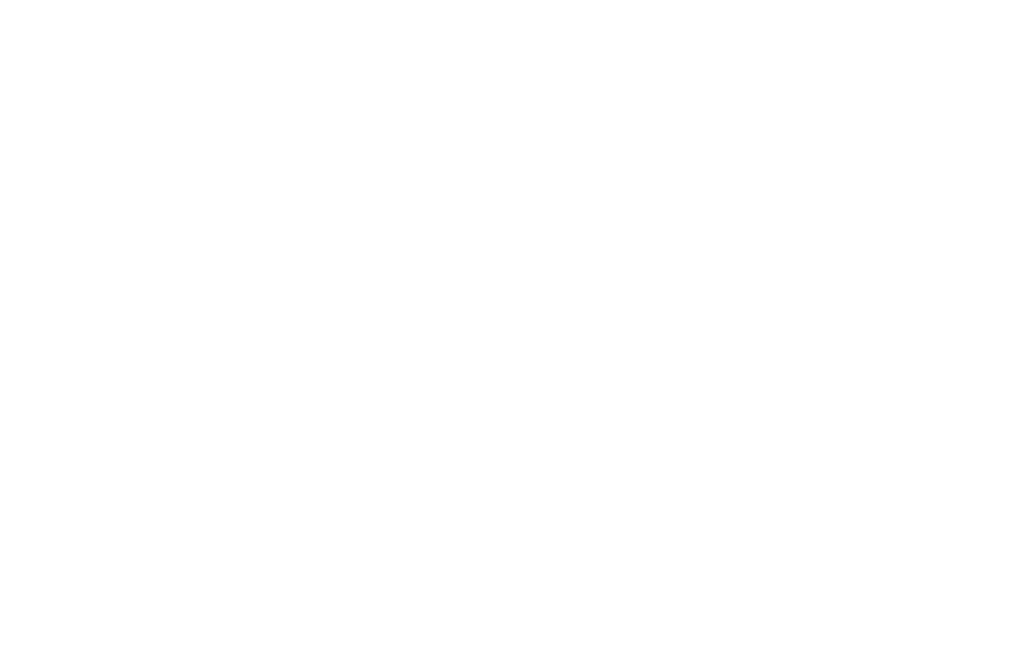
<source format=kicad_pcb>
(kicad_pcb (version 20171130) (host pcbnew 5.1.9-1.fc33)

  (general
    (thickness 1.6)
    (drawings 71)
    (tracks 0)
    (zones 0)
    (modules 0)
    (nets 1)
  )

  (page A4)
  (layers
    (0 F.Cu signal)
    (31 B.Cu signal)
    (32 B.Adhes user)
    (33 F.Adhes user)
    (34 B.Paste user)
    (35 F.Paste user)
    (36 B.SilkS user)
    (37 F.SilkS user)
    (38 B.Mask user)
    (39 F.Mask user)
    (40 Dwgs.User user)
    (41 Cmts.User user)
    (42 Eco1.User user)
    (43 Eco2.User user)
    (44 Edge.Cuts user)
    (45 Margin user)
    (46 B.CrtYd user)
    (47 F.CrtYd user)
    (48 B.Fab user)
    (49 F.Fab user)
  )

  (setup
    (last_trace_width 0.25)
    (trace_clearance 0.2)
    (zone_clearance 0.508)
    (zone_45_only no)
    (trace_min 0.2)
    (via_size 0.8)
    (via_drill 0.4)
    (via_min_size 0.4)
    (via_min_drill 0.3)
    (uvia_size 0.3)
    (uvia_drill 0.1)
    (uvias_allowed no)
    (uvia_min_size 0.2)
    (uvia_min_drill 0.1)
    (edge_width 0.05)
    (segment_width 0.2)
    (pcb_text_width 0.3)
    (pcb_text_size 1.5 1.5)
    (mod_edge_width 0.12)
    (mod_text_size 1 1)
    (mod_text_width 0.15)
    (pad_size 1.524 1.524)
    (pad_drill 0.762)
    (pad_to_mask_clearance 0)
    (aux_axis_origin 0 0)
    (visible_elements FFFFFF7F)
    (pcbplotparams
      (layerselection 0x010fc_ffffffff)
      (usegerberextensions false)
      (usegerberattributes true)
      (usegerberadvancedattributes true)
      (creategerberjobfile true)
      (excludeedgelayer true)
      (linewidth 0.100000)
      (plotframeref false)
      (viasonmask false)
      (mode 1)
      (useauxorigin false)
      (hpglpennumber 1)
      (hpglpenspeed 20)
      (hpglpendiameter 15.000000)
      (psnegative false)
      (psa4output false)
      (plotreference true)
      (plotvalue true)
      (plotinvisibletext false)
      (padsonsilk false)
      (subtractmaskfromsilk false)
      (outputformat 1)
      (mirror false)
      (drillshape 1)
      (scaleselection 1)
      (outputdirectory ""))
  )

  (net 0 "")

  (net_class Default "This is the default net class."
    (clearance 0.2)
    (trace_width 0.25)
    (via_dia 0.8)
    (via_drill 0.4)
    (uvia_dia 0.3)
    (uvia_drill 0.1)
  )

  (gr_circle (center 110.597181 107.273231) (end 111.097181 107.273231) (layer Dwgs.User) (width 0.2))
  (gr_arc (start 140.067181 108.273231) (end 140.067181 107.273231) (angle -90) (layer Dwgs.User) (width 0.2))
  (gr_line (start 82.127181 120.823231) (end 82.127181 117.973232) (layer Dwgs.User) (width 0.2))
  (gr_arc (start 45.167181 113.548231) (end 44.167181 113.548231) (angle -90) (layer Dwgs.User) (width 0.2))
  (gr_arc (start 83.127181 120.823231) (end 82.127181 120.823231) (angle -90) (layer Dwgs.User) (width 0.2))
  (gr_arc (start 64.147181 115.973232) (end 63.147181 115.973232) (angle -90) (layer Dwgs.User) (width 0.2))
  (gr_line (start 63.147181 115.973232) (end 63.147181 115.548232) (layer Dwgs.User) (width 0.2))
  (gr_arc (start 159.047181 72.323232) (end 158.047181 72.323232) (angle -90) (layer Dwgs.User) (width 0.2))
  (gr_arc (start 138.067181 108.698231) (end 138.067181 109.698231) (angle -90) (layer Dwgs.User) (width 0.2))
  (gr_arc (start 101.107293 49.072976) (end 101.107104 49.07315) (angle -47.25082316) (layer Dwgs.User) (width 0.2))
  (gr_arc (start 157.04718 106.273231) (end 157.04718 107.273232) (angle -90) (layer Dwgs.User) (width 0.2))
  (gr_circle (center 129.577181 80.598232) (end 130.077181 80.598232) (layer Dwgs.User) (width 0.2))
  (gr_line (start 101.107181 117.973231) (end 101.107181 120.823231) (layer Dwgs.User) (width 0.2))
  (gr_line (start 101.107293 49.073233) (end 158.046924 49.073233) (layer Dwgs.User) (width 0.2))
  (gr_circle (center 72.637181 107.273232) (end 73.137181 107.273232) (layer Dwgs.User) (width 0.2))
  (gr_line (start 62.147181 114.548232) (end 45.167181 114.548231) (layer Dwgs.User) (width 0.2))
  (gr_circle (center 148.557181 58.773232) (end 149.057181 58.773232) (layer Dwgs.User) (width 0.2))
  (gr_circle (center 91.617181 112.123231) (end 92.117181 112.123231) (layer Dwgs.User) (width 0.2))
  (gr_circle (center 91.617181 92.723232) (end 92.117181 92.723232) (layer Dwgs.User) (width 0.2))
  (gr_arc (start 91.617055 38.806954) (end 91.617243 38.80678) (angle -39.75082314) (layer Dwgs.User) (width 0.2))
  (gr_circle (center 53.657181 66.048233) (end 54.157181 66.048233) (layer Dwgs.User) (width 0.2))
  (gr_circle (center 72.637181 87.873233) (end 73.137181 87.873233) (layer Dwgs.User) (width 0.2))
  (gr_circle (center 53.657181 104.848232) (end 54.157181 104.848232) (layer Dwgs.User) (width 0.2))
  (gr_circle (center 53.657181 85.448233) (end 54.157181 85.448233) (layer Dwgs.User) (width 0.2))
  (gr_line (start 120.087181 110.698231) (end 120.087181 115.973231) (layer Dwgs.User) (width 0.2))
  (gr_line (start 81.127181 116.973231) (end 64.147181 116.973232) (layer Dwgs.User) (width 0.2))
  (gr_line (start 44.167181 113.548231) (end 44.167181 113.123231) (layer Dwgs.User) (width 0.2))
  (gr_circle (center 82.127181 48.506712) (end 82.627181 48.506712) (layer Dwgs.User) (width 0.2))
  (gr_arc (start 159.047181 93.723232) (end 159.04718 92.723232) (angle -90) (layer Dwgs.User) (width 0.2))
  (gr_circle (center 35.167181 95.623231) (end 36.167181 95.623231) (layer Dwgs.User) (width 0.2))
  (gr_line (start 119.087181 116.973231) (end 102.107181 116.973231) (layer Dwgs.User) (width 0.2))
  (gr_line (start 138.067181 109.698231) (end 121.087181 109.698231) (layer Dwgs.User) (width 0.2))
  (gr_line (start 159.047181 73.323232) (end 176.027181 73.323232) (layer Dwgs.User) (width 0.2))
  (gr_circle (center 72.637181 68.473233) (end 73.137181 68.473233) (layer Dwgs.User) (width 0.2))
  (gr_arc (start 100.107181 120.823231) (end 100.107181 121.823231) (angle -90) (layer Dwgs.User) (width 0.2))
  (gr_arc (start 102.107181 117.973231) (end 102.107181 116.973231) (angle -90) (layer Dwgs.User) (width 0.2))
  (gr_arc (start 81.127181 117.973231) (end 82.127181 117.973232) (angle -90) (layer Dwgs.User) (width 0.2))
  (gr_circle (center 148.557181 97.573231) (end 149.057181 97.573231) (layer Dwgs.User) (width 0.2))
  (gr_line (start 139.067181 108.273231) (end 139.067181 108.698231) (layer Dwgs.User) (width 0.2))
  (gr_line (start 157.04718 107.273232) (end 140.067181 107.273231) (layer Dwgs.User) (width 0.2))
  (gr_line (start 158.047181 93.723231) (end 158.04718 106.273231) (layer Dwgs.User) (width 0.2))
  (gr_arc (start 43.167181 113.123231) (end 44.167181 113.123231) (angle -90) (layer Dwgs.User) (width 0.2))
  (gr_arc (start 54.303992 33.89408) (end 54.303864 33.894301) (angle -22.50000001) (layer Dwgs.User) (width 0.2))
  (gr_circle (center 148.557181 78.173232) (end 149.057181 78.173232) (layer Dwgs.User) (width 0.2))
  (gr_arc (start 121.087181 110.698231) (end 121.087181 109.698231) (angle -90) (layer Dwgs.User) (width 0.2))
  (gr_arc (start 176.02718 91.723232) (end 176.027181 92.723232) (angle -90) (layer Dwgs.User) (width 0.2))
  (gr_arc (start 119.087181 115.973231) (end 119.087181 116.973231) (angle -90) (layer Dwgs.User) (width 0.2))
  (gr_circle (center 110.597181 87.873232) (end 111.097181 87.873232) (layer Dwgs.User) (width 0.2))
  (gr_circle (center 91.617181 73.323232) (end 92.117181 73.323232) (layer Dwgs.User) (width 0.2))
  (gr_arc (start 38.232772 25.770352) (end 38.732772 24.904327) (angle -90) (layer Dwgs.User) (width 0.2))
  (gr_line (start 26.301155 44.436518) (end 37.366746 25.270352) (layer Dwgs.User) (width 0.2))
  (gr_circle (center 129.577181 61.198232) (end 130.077181 61.198232) (layer Dwgs.User) (width 0.2))
  (gr_circle (center 41.235327 37.549773) (end 41.735327 37.549773) (layer Dwgs.User) (width 0.2))
  (gr_arc (start 176.027181 74.323232) (end 177.02718 74.323232) (angle -90) (layer Dwgs.User) (width 0.2))
  (gr_arc (start 158.046924 49.073489) (end 158.047181 49.073489) (angle -90) (layer Dwgs.User) (width 0.2))
  (gr_line (start 158.047181 49.073489) (end 158.047181 72.323232) (layer Dwgs.User) (width 0.2))
  (gr_line (start 177.02718 74.323232) (end 177.02718 91.723232) (layer Dwgs.User) (width 0.2))
  (gr_line (start 91.617243 38.80678) (end 101.107104 49.07315) (layer Dwgs.User) (width 0.2))
  (gr_arc (start 27.167181 111.123231) (end 26.167181 111.123231) (angle -90) (layer Dwgs.User) (width 0.2))
  (gr_line (start 43.167181 112.123231) (end 27.167181 112.123231) (layer Dwgs.User) (width 0.2))
  (gr_arc (start 27.167181 44.936518) (end 26.301155 44.436518) (angle -30) (layer Dwgs.User) (width 0.2))
  (gr_line (start 26.167181 111.123231) (end 26.167181 44.936518) (layer Dwgs.User) (width 0.2))
  (gr_line (start 176.027181 92.723232) (end 159.04718 92.723232) (layer Dwgs.User) (width 0.2))
  (gr_line (start 100.107181 121.823231) (end 83.127181 121.823231) (layer Dwgs.User) (width 0.2))
  (gr_circle (center 129.577181 99.998231) (end 130.077181 99.998231) (layer Dwgs.User) (width 0.2))
  (gr_circle (center 110.597181 68.473232) (end 111.097181 68.473232) (layer Dwgs.User) (width 0.2))
  (gr_line (start 54.303959 33.894334) (end 91.617089 38.8067) (layer Dwgs.User) (width 0.2))
  (gr_arc (start 62.147181 115.548232) (end 63.147181 115.548232) (angle -90) (layer Dwgs.User) (width 0.2))
  (gr_line (start 38.732772 24.904327) (end 54.303864 33.894301) (layer Dwgs.User) (width 0.2))
  (gr_circle (center 167.53718 83.023232) (end 168.03718 83.023232) (layer Dwgs.User) (width 0.2))
  (gr_circle (center 60.96 45.72) (end 61.46 45.72) (layer Dwgs.User) (width 0.2))

)

</source>
